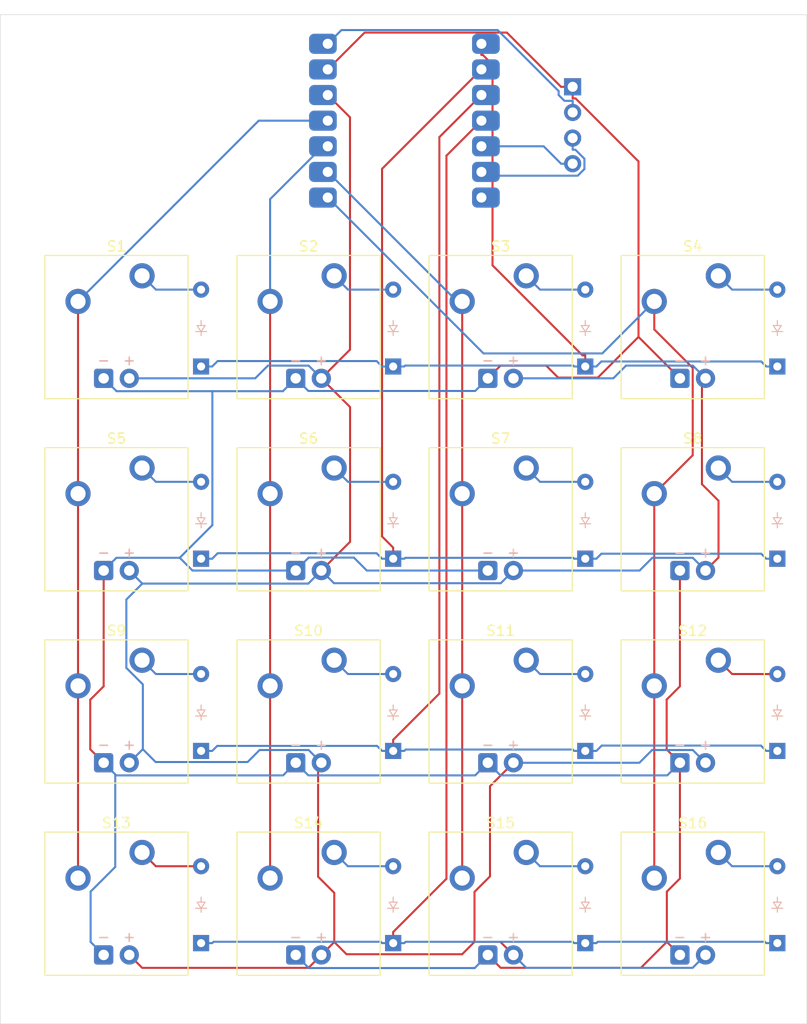
<source format=kicad_pcb>
(kicad_pcb (version 20240108) (generator "pcbnew") (generator_version "8.0")
  (layers (0 "F.Cu" signal) (31 "B.Cu" signal) (34 "B.Paste" user) (35 "F.Paste" user) (36 "B.SilkS" user "B.Silkscreen") (37 "F.SilkS" user "F.Silkscreen") (38 "B.Mask" user) (39 "F.Mask" user) (44 "Edge.Cuts" user))
  (net 0 "")
  (net 1 "Row 0")
  (net 2 "Net-(D1-A)")
  (net 3 "Net-(D2-A)")
  (net 4 "Net-(D3-A)")
  (net 5 "Net-(D4-A)")
  (net 6 "Net-(D5-A)")
  (net 7 "Row 1")
  (net 8 "Net-(D6-A)")
  (net 9 "Net-(D7-A)")
  (net 10 "Net-(D8-A)")
  (net 11 "Row 2")
  (net 12 "Net-(D9-A)")
  (net 13 "Net-(D10-A)")
  (net 14 "Net-(D11-A)")
  (net 15 "Net-(D12-A)")
  (net 16 "Row 3")
  (net 17 "Net-(D13-A)")
  (net 18 "Net-(D14-A)")
  (net 19 "Net-(D15-A)")
  (net 20 "Net-(D16-A)")
  (net 21 "Column 0")
  (net 22 "Column 1")
  (net 23 "Column 2")
  (net 24 "Column 3")
  (net 25 "/SDA")
  (net 26 "/LED Connector 0")
  (net 27 "+3V3")
  (net 28 "/SCL")
  (net 29 "GND")
  (net 30 "VCC")
  (footprint "PCM_marbastlib-mx:LED_MX_3mm-ROT" (layer "F.Cu") (at 168.675 76.03625)
    (property "Reference" "D20" (hide yes))
    (property "Value" "LED")
  )
  (footprint "PCM_marbastlib-mx:LED_MX_3mm-ROT" (layer "F.Cu") (at 111.525 133.18625)
    (property "Reference" "D29" (hide yes))
    (property "Value" "LED")
  )
  (footprint "ScottoKeebs_MX:MX_Plate_1.00u" (layer "F.Cu") (at 130.575 128.10625)
    (property "Reference" "S14")
    (property "Value" "Keyswitch")
  )
  (footprint "ScottoKeebs_MX:MX_Plate_1.00u" (layer "F.Cu") (at 168.675 128.10625)
    (property "Reference" "S16")
    (property "Value" "Keyswitch")
  )
  (footprint "PCM_marbastlib-mx:LED_MX_3mm-ROT" (layer "F.Cu") (at 111.525 114.13625)
    (property "Reference" "D25" (hide yes))
    (property "Value" "LED")
  )
  (footprint "PCM_marbastlib-mx:LED_MX_3mm-ROT" (layer "F.Cu") (at 168.675 133.18625)
    (property "Reference" "D32" (hide yes))
    (property "Value" "LED")
  )
  (footprint "ScottoKeebs_MX:MX_Plate_1.00u" (layer "F.Cu") (at 130.575 70.95625)
    (property "Reference" "S2")
    (property "Value" "Keyswitch")
  )
  (footprint "ScottoKeebs_MX:MX_Plate_1.00u" (layer "F.Cu") (at 111.525 109.05625)
    (property "Reference" "S9")
    (property "Value" "Keyswitch")
  )
  (footprint "PCM_marbastlib-mx:LED_MX_3mm-ROT" (layer "F.Cu") (at 168.675 95.08625)
    (property "Reference" "D24" (hide yes))
    (property "Value" "LED")
  )
  (footprint "PCM_marbastlib-mx:LED_MX_3mm-ROT" (layer "F.Cu") (at 130.575 76.03625)
    (property "Reference" "D18" (hide yes))
    (property "Value" "LED")
  )
  (footprint "ScottoKeebs_MX:MX_Plate_1.00u" (layer "F.Cu") (at 149.625 90.00625)
    (property "Reference" "S7")
    (property "Value" "Keyswitch")
  )
  (footprint "PCM_marbastlib-mx:LED_MX_3mm-ROT" (layer "F.Cu") (at 168.675 114.13625)
    (property "Reference" "D28" (hide yes))
    (property "Value" "LED")
  )
  (footprint "PCM_marbastlib-mx:LED_MX_3mm-ROT" (layer "F.Cu") (at 130.575 95.08625)
    (property "Reference" "D22" (hide yes))
    (property "Value" "LED")
  )
  (footprint "ScottoKeebs_MX:MX_Plate_1.00u" (layer "F.Cu") (at 111.525 90.00625)
    (property "Reference" "S5")
    (property "Value" "Keyswitch")
  )
  (footprint "ScottoKeebs_MX:MX_Plate_1.00u" (layer "F.Cu") (at 168.675 70.95625)
    (property "Reference" "S4")
    (property "Value" "Keyswitch")
  )
  (footprint "ScottoKeebs_MX:MX_Plate_1.00u" (layer "F.Cu") (at 111.525 128.10625)
    (property "Reference" "S13")
    (property "Value" "Keyswitch")
  )
  (footprint "PCM_marbastlib-mx:LED_MX_3mm-ROT" (layer "F.Cu") (at 111.525 95.08625)
    (property "Reference" "D21" (hide yes))
    (property "Value" "LED")
  )
  (footprint "PCM_marbastlib-mx:LED_MX_3mm-ROT" (layer "F.Cu") (at 149.625 133.18625)
    (property "Reference" "D31" (hide yes))
    (property "Value" "LED")
  )
  (footprint "PCM_marbastlib-mx:LED_MX_3mm-ROT" (layer "F.Cu") (at 130.575 133.18625)
    (property "Reference" "D30" (hide yes))
    (property "Value" "LED")
  )
  (footprint "ScottoKeebs_MX:MX_Plate_1.00u" (layer "F.Cu") (at 149.625 109.05625)
    (property "Reference" "S11")
    (property "Value" "Keyswitch")
  )
  (footprint "PCM_marbastlib-mx:LED_MX_3mm-ROT" (layer "F.Cu") (at 149.625 76.03625)
    (property "Reference" "D19" (hide yes))
    (property "Value" "LED")
  )
  (footprint "ScottoKeebs_MX:MX_Plate_1.00u" (layer "F.Cu") (at 130.575 109.05625)
    (property "Reference" "S10")
    (property "Value" "Keyswitch")
  )
  (footprint "ScottoKeebs_MX:MX_Plate_1.00u" (layer "F.Cu") (at 168.675 109.05625)
    (property "Reference" "S12")
    (property "Value" "Keyswitch")
  )
  (footprint "PCM_marbastlib-mx:LED_MX_3mm-ROT" (layer "F.Cu") (at 149.625 95.08625)
    (property "Reference" "D23" (hide yes))
    (property "Value" "LED")
  )
  (footprint "ScottoKeebs_MX:MX_Plate_1.00u" (layer "F.Cu") (at 149.625 70.95625)
    (property "Reference" "S3")
    (property "Value" "Keyswitch")
  )
  (footprint "PCM_marbastlib-mx:LED_MX_3mm-ROT" (layer "F.Cu") (at 149.625 114.13625)
    (property "Reference" "D27" (hide yes))
    (property "Value" "LED")
  )
  (footprint "ScottoKeebs_MX:MX_Plate_1.00u" (layer "F.Cu") (at 111.525 70.95625)
    (property "Reference" "S1")
    (property "Value" "Keyswitch")
  )
  (footprint "PCM_marbastlib-mx:LED_MX_3mm-ROT" (layer "F.Cu") (at 111.525 76.03625)
    (property "Reference" "D17" (hide yes))
    (property "Value" "LED")
  )
  (footprint "ScottoKeebs_MX:MX_Plate_1.00u" (layer "F.Cu") (at 130.575 90.00625)
    (property "Reference" "S6")
    (property "Value" "Keyswitch")
  )
  (footprint "ScottoKeebs_MX:MX_Plate_1.00u" (layer "F.Cu") (at 168.675 90.00625)
    (property "Reference" "S8")
    (property "Value" "Keyswitch")
  )
  (footprint "ScottoKeebs_Components:OLED_128x32" (layer "F.Cu") (at 158.3688 56.94375 180)
    (property "Reference" "J1" (hide yes))
    (property "Value" "OLED_128x32")
  )
  (footprint "PCM_marbastlib-mx:LED_MX_3mm-ROT" (layer "F.Cu") (at 130.575 114.13625)
    (property "Reference" "D26" (hide yes))
    (property "Value" "LED")
  )
  (footprint "ScottoKeebs_MX:MX_Plate_1.00u" (layer "F.Cu") (at 149.625 128.10625)
    (property "Reference" "S15")
    (property "Value" "Keyswitch")
  )
  (footprint "ScottoKeebs_Components:Diode_DO-35" (layer "B.Cu") (at 158.0188 93.91375 90)
    (property "Reference" "D7" (hide yes))
    (property "Value" "Diode" (hide yes))
  )
  (footprint "ScottoKeebs_Components:Diode_DO-35" (layer "B.Cu") (at 138.9688 93.91375 90)
    (property "Reference" "D6" (hide yes))
    (property "Value" "Diode" (hide yes))
  )
  (footprint "ScottoKeebs_Components:Diode_DO-35" (layer "B.Cu") (at 177.0688 112.96375 90)
    (property "Reference" "D12" (hide yes))
    (property "Value" "Diode" (hide yes))
  )
  (footprint "ScottoKeebs_Components:Diode_DO-35" (layer "B.Cu") (at 177.0688 132.01375 90)
    (property "Reference" "D16" (hide yes))
    (property "Value" "Diode" (hide yes))
  )
  (footprint "ScottoKeebs_Components:Diode_DO-35" (layer "B.Cu") (at 119.9188 132.01375 90)
    (property "Reference" "D13" (hide yes))
    (property "Value" "Diode" (hide yes))
  )
  (footprint "ScottoKeebs_Components:Diode_DO-35" (layer "B.Cu") (at 119.9188 93.91375 90)
    (property "Reference" "D5" (hide yes))
    (property "Value" "Diode" (hide yes))
  )
  (footprint "ScottoKeebs_Components:Diode_DO-35" (layer "B.Cu") (at 138.9688 74.86375 90)
    (property "Reference" "D2" (hide yes))
    (property "Value" "Diode" (hide yes))
  )
  (footprint "ScottoKeebs_Components:Diode_DO-35" (layer "B.Cu") (at 158.0188 112.96375 90)
    (property "Reference" "D11" (hide yes))
    (property "Value" "Diode" (hide yes))
  )
  (footprint "ScottoKeebs_Components:Diode_DO-35" (layer "B.Cu") (at 119.9188 74.86375 90)
    (property "Reference" "D1" (hide yes))
    (property "Value" "Diode" (hide yes))
  )
  (footprint "ScottoKeebs_Components:Diode_DO-35" (layer "B.Cu") (at 177.0688 93.91375 90)
    (property "Reference" "D8" (hide yes))
    (property "Value" "Diode" (hide yes))
  )
  (footprint "ScottoKeebs_Components:Diode_DO-35" (layer "B.Cu") (at 177.0688 74.86375 90)
    (property "Reference" "D4" (hide yes))
    (property "Value" "Diode" (hide yes))
  )
  (footprint "ScottoKeebs_Components:Diode_DO-35" (layer "B.Cu") (at 138.9688 132.01375 90)
    (property "Reference" "D14" (hide yes))
    (property "Value" "Diode" (hide yes))
  )
  (footprint "ScottoKeebs_Components:Diode_DO-35" (layer "B.Cu") (at 119.9188 112.96375 90)
    (property "Reference" "D9" (hide yes))
    (property "Value" "Diode" (hide yes))
  )
  (footprint "ScottoKeebs_MCU:Seeed_XIAO_RP2040" (layer "B.Cu") (at 140.1 50.49995 180)
    (property "Reference" "U1" (hide yes))
    (property "Value" "MCU_Seeed_XIAO_RP2040")
  )
  (footprint "ScottoKeebs_Components:Diode_DO-35" (layer "B.Cu") (at 158.0188 132.01375 90)
    (property "Reference" "D15" (hide yes))
    (property "Value" "Diode" (hide yes))
  )
  (footprint "ScottoKeebs_Components:Diode_DO-35" (layer "B.Cu") (at 158.0188 74.86375 90)
    (property "Reference" "D3" (hide yes))
    (property "Value" "Diode" (hide yes))
  )
  (footprint "ScottoKeebs_Components:Diode_DO-35" (layer "B.Cu") (at 138.9688 112.96375 90)
    (property "Reference" "D10" (hide yes))
    (property "Value" "Diode" (hide yes))
  )
  (gr_rect (start 100 40) (end 180 140) (stroke (width 0.05)) (fill none) (layer "Edge.Cuts"))
  (segment (start 157.7434 73.76205) (end 158.0188 73.76205) (width 0.2) (layer "F.Cu") (net 1))
  (segment (start 147.72 43.98165) (end 147.8578 43.98165) (width 0.2) (layer "F.Cu") (net 1))
  (segment (start 158.0188 74.86375) (end 158.0188 73.76205) (width 0.2) (layer "F.Cu") (net 1))
  (segment (start 148.8217 44.94555) (end 148.8217 64.84035) (width 0.2) (layer "F.Cu") (net 1))
  (segment (start 147.8578 43.98165) (end 148.8217 44.94555) (width 0.2) (layer "F.Cu") (net 1))
  (segment (start 147.72 42.87995) (end 147.72 43.98165) (width 0.2) (layer "F.Cu") (net 1))
  (segment (start 148.8217 64.84035) (end 157.7434 73.76205) (width 0.2) (layer "F.Cu") (net 1))
  (segment (start 159.6182 74.36605) (end 159.1205 74.86375) (width 0.2) (layer "B.Cu") (net 1))
  (segment (start 119.9188 74.86375) (end 121.0205 74.86375) (width 0.2) (layer "B.Cu") (net 1))
  (segment (start 175.9671 74.86375) (end 175.4694 74.36605) (width 0.2) (layer "B.Cu") (net 1))
  (segment (start 138.9688 74.86375) (end 137.8671 74.86375) (width 0.2) (layer "B.Cu") (net 1))
  (segment (start 140.165 74.76925) (end 140.0705 74.86375) (width 0.2) (layer "B.Cu") (net 1))
  (segment (start 175.4694 74.36605) (end 159.6182 74.36605) (width 0.2) (layer "B.Cu") (net 1))
  (segment (start 137.3282 74.32485) (end 121.5594 74.32485) (width 0.2) (layer "B.Cu") (net 1))
  (segment (start 147.72 42.87995) (end 148.165 42.87995) (width 0.2) (layer "B.Cu") (net 1))
  (segment (start 137.8671 74.86375) (end 137.3282 74.32485) (width 0.2) (layer "B.Cu") (net 1))
  (segment (start 156.8226 74.76925) (end 140.165 74.76925) (width 0.2) (layer "B.Cu") (net 1))
  (segment (start 121.5594 74.32485) (end 121.0205 74.86375) (width 0.2) (layer "B.Cu") (net 1))
  (segment (start 158.0188 74.86375) (end 156.9171 74.86375) (width 0.2) (layer "B.Cu") (net 1))
  (segment (start 158.0188 74.86375) (end 159.1205 74.86375) (width 0.2) (layer "B.Cu") (net 1))
  (segment (start 138.9688 74.86375) (end 140.0705 74.86375) (width 0.2) (layer "B.Cu") (net 1))
  (segment (start 177.0688 74.86375) (end 175.9671 74.86375) (width 0.2) (layer "B.Cu") (net 1))
  (segment (start 156.9171 74.86375) (end 156.8226 74.76925) (width 0.2) (layer "B.Cu") (net 1))
  (segment (start 115.4325 67.24375) (end 114.065 65.87625) (width 0.2) (layer "B.Cu") (net 2))
  (segment (start 119.9188 67.24375) (end 115.4325 67.24375) (width 0.2) (layer "B.Cu") (net 2))
  (segment (start 138.9688 67.24375) (end 134.4825 67.24375) (width 0.2) (layer "B.Cu") (net 3))
  (segment (start 134.4825 67.24375) (end 133.115 65.87625) (width 0.2) (layer "B.Cu") (net 3))
  (segment (start 158.0188 67.24375) (end 153.5325 67.24375) (width 0.2) (layer "B.Cu") (net 4))
  (segment (start 153.5325 67.24375) (end 152.165 65.87625) (width 0.2) (layer "B.Cu") (net 4))
  (segment (start 177.0688 67.24375) (end 172.5825 67.24375) (width 0.2) (layer "B.Cu") (net 5))
  (segment (start 172.5825 67.24375) (end 171.215 65.87625) (width 0.2) (layer "B.Cu") (net 5))
  (segment (start 119.9188 86.29375) (end 115.4325 86.29375) (width 0.2) (layer "B.Cu") (net 6))
  (segment (start 115.4325 86.29375) (end 114.065 84.92625) (width 0.2) (layer "B.Cu") (net 6))
  (segment (start 137.8671 91.71035) (end 138.9688 92.81205) (width 0.2) (layer "F.Cu") (net 7))
  (segment (start 147.72 45.41995) (end 137.8671 55.27285) (width 0.2) (layer "F.Cu") (net 7))
  (segment (start 137.8671 55.27285) (end 137.8671 91.71035) (width 0.2) (layer "F.Cu") (net 7))
  (segment (start 138.9688 93.91375) (end 138.9688 92.81205) (width 0.2) (layer "F.Cu") (net 7))
  (segment (start 147.72 45.41995) (end 148.165 45.41995) (width 0.2) (layer "B.Cu") (net 7))
  (segment (start 138.418 93.91375) (end 137.8671 93.91375) (width 0.2) (layer "B.Cu") (net 7))
  (segment (start 159.6167 93.41755) (end 159.1205 93.91375) (width 0.2) (layer "B.Cu") (net 7))
  (segment (start 175.4709 93.41755) (end 159.6167 93.41755) (width 0.2) (layer "B.Cu") (net 7))
  (segment (start 158.0188 93.91375) (end 159.1205 93.91375) (width 0.2) (layer "B.Cu") (net 7))
  (segment (start 137.8671 93.91375) (end 137.3267 93.37335) (width 0.2) (layer "B.Cu") (net 7))
  (segment (start 121.5609 93.37335) (end 121.0205 93.91375) (width 0.2) (layer "B.Cu") (net 7))
  (segment (start 138.9688 93.91375) (end 140.0705 93.91375) (width 0.2) (layer "B.Cu") (net 7))
  (segment (start 140.159 93.82525) (end 156.8286 93.82525) (width 0.2) (layer "B.Cu") (net 7))
  (segment (start 177.0688 93.91375) (end 175.9671 93.91375) (width 0.2) (layer "B.Cu") (net 7))
  (segment (start 175.9671 93.91375) (end 175.4709 93.41755) (width 0.2) (layer "B.Cu") (net 7))
  (segment (start 156.8286 93.82525) (end 156.9171 93.91375) (width 0.2) (layer "B.Cu") (net 7))
  (segment (start 158.0188 93.91375) (end 156.9171 93.91375) (width 0.2) (layer "B.Cu") (net 7))
  (segment (start 119.9188 93.91375) (end 121.0205 93.91375) (width 0.2) (layer "B.Cu") (net 7))
  (segment (start 140.0705 93.91375) (end 140.159 93.82525) (width 0.2) (layer "B.Cu") (net 7))
  (segment (start 138.418 93.91375) (end 138.9688 93.91375) (width 0.2) (layer "B.Cu") (net 7))
  (segment (start 137.3267 93.37335) (end 121.5609 93.37335) (width 0.2) (layer "B.Cu") (net 7))
  (segment (start 134.4825 86.29375) (end 133.115 84.92625) (width 0.2) (layer "B.Cu") (net 8))
  (segment (start 138.9688 86.29375) (end 134.4825 86.29375) (width 0.2) (layer "B.Cu") (net 8))
  (segment (start 153.5325 86.29375) (end 152.165 84.92625) (width 0.2) (layer "B.Cu") (net 9))
  (segment (start 158.0188 86.29375) (end 153.5325 86.29375) (width 0.2) (layer "B.Cu") (net 9))
  (segment (start 177.0688 86.29375) (end 172.5825 86.29375) (width 0.2) (layer "B.Cu") (net 10))
  (segment (start 172.5825 86.29375) (end 171.215 84.92625) (width 0.2) (layer "B.Cu") (net 10))
  (segment (start 143.5505 107.28035) (end 138.9688 111.86205) (width 0.2) (layer "F.Cu") (net 11))
  (segment (start 147.72 47.95995) (end 143.5505 52.12945) (width 0.2) (layer "F.Cu") (net 11))
  (segment (start 143.5505 52.12945) (end 143.5505 107.28035) (width 0.2) (layer "F.Cu") (net 11))
  (segment (start 138.9688 112.96375) (end 138.9688 111.86205) (width 0.2) (layer "F.Cu") (net 11))
  (segment (start 121.5182 112.46605) (end 121.0205 112.96375) (width 0.2) (layer "B.Cu") (net 11))
  (segment (start 140.0705 112.96375) (end 140.2077 112.82655) (width 0.2) (layer "B.Cu") (net 11))
  (segment (start 119.9188 112.96375) (end 121.0205 112.96375) (width 0.2) (layer "B.Cu") (net 11))
  (segment (start 140.2077 112.82655) (end 156.7799 112.82655) (width 0.2) (layer "B.Cu") (net 11))
  (segment (start 159.6482 112.43605) (end 175.4394 112.43605) (width 0.2) (layer "B.Cu") (net 11))
  (segment (start 158.0188 112.96375) (end 159.1205 112.96375) (width 0.2) (layer "B.Cu") (net 11))
  (segment (start 175.4394 112.43605) (end 175.9671 112.96375) (width 0.2) (layer "B.Cu") (net 11))
  (segment (start 177.0688 112.96375) (end 175.9671 112.96375) (width 0.2) (layer "B.Cu") (net 11))
  (segment (start 158.0188 112.96375) (end 156.9171 112.96375) (width 0.2) (layer "B.Cu") (net 11))
  (segment (start 138.418 112.96375) (end 138.9688 112.96375) (width 0.2) (layer "B.Cu") (net 11))
  (segment (start 137.3694 112.46605) (end 121.5182 112.46605) (width 0.2) (layer "B.Cu") (net 11))
  (segment (start 156.7799 112.82655) (end 156.9171 112.96375) (width 0.2) (layer "B.Cu") (net 11))
  (segment (start 138.418 112.96375) (end 137.8671 112.96375) (width 0.2) (layer "B.Cu") (net 11))
  (segment (start 137.8671 112.96375) (end 137.3694 112.46605) (width 0.2) (layer "B.Cu") (net 11))
  (segment (start 138.9688 112.96375) (end 140.0705 112.96375) (width 0.2) (layer "B.Cu") (net 11))
  (segment (start 159.1205 112.96375) (end 159.6482 112.43605) (width 0.2) (layer "B.Cu") (net 11))
  (segment (start 147.72 47.95995) (end 148.165 47.95995) (width 0.2) (layer "B.Cu") (net 11))
  (segment (start 115.4325 105.34375) (end 114.065 103.97625) (width 0.2) (layer "B.Cu") (net 12))
  (segment (start 119.9188 105.34375) (end 115.4325 105.34375) (width 0.2) (layer "B.Cu") (net 12))
  (segment (start 134.4825 105.34375) (end 133.115 103.97625) (width 0.2) (layer "B.Cu") (net 13))
  (segment (start 138.9688 105.34375) (end 134.4825 105.34375) (width 0.2) (layer "B.Cu") (net 13))
  (segment (start 158.0188 105.34375) (end 153.5325 105.34375) (width 0.2) (layer "B.Cu") (net 14))
  (segment (start 153.5325 105.34375) (end 152.165 103.97625) (width 0.2) (layer "B.Cu") (net 14))
  (segment (start 177.0688 105.34375) (end 172.5825 105.34375) (width 0.2) (layer "F.Cu") (net 15))
  (segment (start 172.5825 105.34375) (end 171.215 103.97625) (width 0.2) (layer "F.Cu") (net 15))
  (segment (start 144.2517 53.96825) (end 144.2517 125.62915) (width 0.2) (layer "F.Cu") (net 16))
  (segment (start 138.9688 132.01375) (end 138.9688 130.91205) (width 0.2) (layer "F.Cu") (net 16))
  (segment (start 147.72 50.49995) (end 144.2517 53.96825) (width 0.2) (layer "F.Cu") (net 16))
  (segment (start 144.2517 125.62915) (end 138.9688 130.91205) (width 0.2) (layer "F.Cu") (net 16))
  (segment (start 121.1577 131.87655) (end 137.7299 131.87655) (width 0.2) (layer "B.Cu") (net 16))
  (segment (start 147.72 50.49995) (end 148.165 50.49995) (width 0.2) (layer "B.Cu") (net 16))
  (segment (start 158.0188 132.01375) (end 159.1205 132.01375) (width 0.2) (layer "B.Cu") (net 16))
  (segment (start 119.9188 132.01375) (end 121.0205 132.01375) (width 0.2) (layer "B.Cu") (net 16))
  (segment (start 177.0688 132.01375) (end 175.9671 132.01375) (width 0.2) (layer "B.Cu") (net 16))
  (segment (start 121.0205 132.01375) (end 121.1577 131.87655) (width 0.2) (layer "B.Cu") (net 16))
  (segment (start 138.9688 132.01375) (end 137.8671 132.01375) (width 0.2) (layer "B.Cu") (net 16))
  (segment (start 156.7824 131.87905) (end 140.2052 131.87905) (width 0.2) (layer "B.Cu") (net 16))
  (segment (start 157.468 132.01375) (end 158.0188 132.01375) (width 0.2) (layer "B.Cu") (net 16))
  (segment (start 138.9688 132.01375) (end 140.0705 132.01375) (width 0.2) (layer "B.Cu") (net 16))
  (segment (start 140.2052 131.87905) (end 140.0705 132.01375) (width 0.2) (layer "B.Cu") (net 16))
  (segment (start 156.9171 132.01375) (end 156.7824 131.87905) (width 0.2) (layer "B.Cu") (net 16))
  (segment (start 159.2577 131.87655) (end 175.8299 131.87655) (width 0.2) (layer "B.Cu") (net 16))
  (segment (start 157.468 132.01375) (end 156.9171 132.01375) (width 0.2) (layer "B.Cu") (net 16))
  (segment (start 137.7299 131.87655) (end 137.8671 132.01375) (width 0.2) (layer "B.Cu") (net 16))
  (segment (start 175.8299 131.87655) (end 175.9671 132.01375) (width 0.2) (layer "B.Cu") (net 16))
  (segment (start 159.1205 132.01375) (end 159.2577 131.87655) (width 0.2) (layer "B.Cu") (net 16))
  (segment (start 115.4325 124.39375) (end 114.065 123.02625) (width 0.2) (layer "F.Cu") (net 17))
  (segment (start 119.9188 124.39375) (end 115.4325 124.39375) (width 0.2) (layer "F.Cu") (net 17))
  (segment (start 134.4825 124.39375) (end 133.115 123.02625) (width 0.2) (layer "B.Cu") (net 18))
  (segment (start 138.9688 124.39375) (end 134.4825 124.39375) (width 0.2) (layer "B.Cu") (net 18))
  (segment (start 153.5325 124.39375) (end 152.165 123.02625) (width 0.2) (layer "B.Cu") (net 19))
  (segment (start 158.0188 124.39375) (end 153.5325 124.39375) (width 0.2) (layer "B.Cu") (net 19))
  (segment (start 172.5825 124.39375) (end 171.215 123.02625) (width 0.2) (layer "B.Cu") (net 20))
  (segment (start 177.0688 124.39375) (end 172.5825 124.39375) (width 0.2) (layer "B.Cu") (net 20))
  (segment (start 107.715 87.46625) (end 107.715 106.51625) (width 0.2) (layer "F.Cu") (net 21))
  (segment (start 107.715 106.51625) (end 107.715 125.56625) (width 0.2) (layer "F.Cu") (net 21))
  (segment (start 107.715 68.41625) (end 107.715 87.46625) (width 0.2) (layer "F.Cu") (net 21))
  (segment (start 132.48 50.49995) (end 132 50.49995) (width 0.2) (layer "B.Cu") (net 21))
  (segment (start 132 50.49995) (end 125.6313 50.49995) (width 0.2) (layer "B.Cu") (net 21))
  (segment (start 125.6313 50.49995) (end 107.715 68.41625) (width 0.2) (layer "B.Cu") (net 21))
  (segment (start 126.765 87.46625) (end 126.765 68.41625) (width 0.2) (layer "F.Cu") (net 22))
  (segment (start 126.765 87.46625) (end 126.765 106.51625) (width 0.2) (layer "F.Cu") (net 22))
  (segment (start 126.765 106.51625) (end 126.765 125.56625) (width 0.2) (layer "F.Cu") (net 22))
  (segment (start 132 53.03995) (end 132.48 53.03995) (width 0.2) (layer "B.Cu") (net 22))
  (segment (start 126.765 58.27495) (end 132 53.03995) (width 0.2) (layer "B.Cu") (net 22))
  (segment (start 126.765 68.41625) (end 126.765 58.27495) (width 0.2) (layer "B.Cu") (net 22))
  (segment (start 145.815 68.41625) (end 145.815 87.46625) (width 0.2) (layer "F.Cu") (net 23))
  (segment (start 145.815 125.56625) (end 145.815 106.51625) (width 0.2) (layer "F.Cu") (net 23))
  (segment (start 145.815 106.51625) (end 145.815 87.46625) (width 0.2) (layer "F.Cu") (net 23))
  (segment (start 132 55.57995) (end 132.48 55.57995) (width 0.2) (layer "B.Cu") (net 23))
  (segment (start 145.3163 68.41625) (end 145.815 68.41625) (width 0.2) (layer "B.Cu") (net 23))
  (segment (start 132.48 55.57995) (end 145.3163 68.41625) (width 0.2) (layer "B.Cu") (net 23))
  (segment (start 168.6755 83.65575) (end 164.865 87.46625) (width 0.2) (layer "F.Cu") (net 24))
  (segment (start 164.865 106.51625) (end 164.865 125.56625) (width 0.2) (layer "F.Cu") (net 24))
  (segment (start 164.865 71.18885) (end 168.6755 74.99935) (width 0.2) (layer "F.Cu") (net 24))
  (segment (start 164.865 68.41625) (end 164.865 71.18885) (width 0.2) (layer "F.Cu") (net 24))
  (segment (start 168.6755 74.99935) (end 168.6755 83.65575) (width 0.2) (layer "F.Cu") (net 24))
  (segment (start 164.865 87.46625) (end 164.865 106.51625) (width 0.2) (layer "F.Cu") (net 24))
  (segment (start 147.9308 73.57075) (end 159.7105 73.57075) (width 0.2) (layer "B.Cu") (net 24))
  (segment (start 159.7105 73.57075) (end 164.865 68.41625) (width 0.2) (layer "B.Cu") (net 24))
  (segment (start 132 58.11995) (end 132.48 58.11995) (width 0.2) (layer "B.Cu") (net 24))
  (segment (start 132.48 58.11995) (end 147.9308 73.57075) (width 0.2) (layer "B.Cu") (net 24))
  (segment (start 148.165 53.03995) (end 153.8933 53.03995) (width 0.2) (layer "B.Cu") (net 25))
  (segment (start 147.72 53.03995) (end 148.165 53.03995) (width 0.2) (layer "B.Cu") (net 25))
  (segment (start 156.7688 54.76375) (end 155.6171 54.76375) (width 0.2) (layer "B.Cu") (net 25))
  (segment (start 153.8933 53.03995) (end 155.6171 54.76375) (width 0.2) (layer "B.Cu") (net 25))
  (segment (start 147.72 58.11995) (end 148.165 58.11995) (width 0.2) (layer "B.Cu") (net 26))
  (segment (start 145.8077 133.11545) (end 147.0334 131.88975) (width 0.2) (layer "F.Cu") (net 27))
  (segment (start 134.6865 50.16645) (end 134.6865 73.19475) (width 0.2) (layer "F.Cu") (net 27))
  (segment (start 134.6865 73.19475) (end 131.845 76.03625) (width 0.2) (layer "F.Cu") (net 27))
  (segment (start 147.0334 126.93475) (end 147.0334 131.88975) (width 0.2) (layer "F.Cu") (net 27))
  (segment (start 148.5705 125.39765) (end 147.0334 126.93475) (width 0.2) (layer "F.Cu") (net 27))
  (segment (start 134.6964 78.88765) (end 134.6964 92.23485) (width 0.2) (layer "F.Cu") (net 27))
  (segment (start 132.48 47.95995) (end 134.6865 50.16645) (width 0.2) (layer "F.Cu") (net 27))
  (segment (start 149.5985 131.88975) (end 150.895 133.18625) (width 0.2) (layer "F.Cu") (net 27))
  (segment (start 171.2341 88.16725) (end 171.2341 93.79715) (width 0.2) (layer "F.Cu") (net 27))
  (segment (start 133.1267 131.90455) (end 133.1267 127.03395) (width 0.2) (layer "F.Cu") (net 27))
  (segment (start 131.5234 114.45785) (end 131.845 114.13625) (width 0.2) (layer "F.Cu") (net 27))
  (segment (start 134.6964 92.23485) (end 131.845 95.08625) (width 0.2) (layer "F.Cu") (net 27))
  (segment (start 131.845 133.18625) (end 133.1267 131.90455) (width 0.2) (layer "F.Cu") (net 27))
  (segment (start 131.845 76.03625) (end 134.6964 78.88765) (width 0.2) (layer "F.Cu") (net 27))
  (segment (start 112.795 133.18625) (end 114.072 134.46325) (width 0.2) (layer "F.Cu") (net 27))
  (segment (start 133.1267 131.90455) (end 134.3376 133.11545) (width 0.2) (layer "F.Cu") (net 27))
  (segment (start 169.5912 76.39005) (end 169.5912 86.52435) (width 0.2) (layer "F.Cu") (net 27))
  (segment (start 133.1267 127.03395) (end 131.5234 125.43065) (width 0.2) (layer "F.Cu") (net 27))
  (segment (start 114.072 134.46325) (end 130.568 134.46325) (width 0.2) (layer "F.Cu") (net 27))
  (segment (start 148.5705 116.46075) (end 148.5705 125.39765) (width 0.2) (layer "F.Cu") (net 27))
  (segment (start 169.5912 86.52435) (end 171.2341 88.16725) (width 0.2) (layer "F.Cu") (net 27))
  (segment (start 147.0334 131.88975) (end 149.5985 131.88975) (width 0.2) (layer "F.Cu") (net 27))
  (segment (start 169.945 76.03625) (end 169.5912 76.39005) (width 0.2) (layer "F.Cu") (net 27))
  (segment (start 150.895 114.13625) (end 148.5705 116.46075) (width 0.2) (layer "F.Cu") (net 27))
  (segment (start 131.5234 125.43065) (end 131.5234 114.45785) (width 0.2) (layer "F.Cu") (net 27))
  (segment (start 130.568 134.46325) (end 131.845 133.18625) (width 0.2) (layer "F.Cu") (net 27))
  (segment (start 134.3376 133.11545) (end 145.8077 133.11545) (width 0.2) (layer "F.Cu") (net 27))
  (segment (start 171.2341 93.79715) (end 169.945 95.08625) (width 0.2) (layer "F.Cu") (net 27))
  (segment (start 114.0882 96.37945) (end 112.795 95.08625) (width 0.2) (layer "B.Cu") (net 27))
  (segment (start 112.795 76.03625) (end 125.2878 76.03625) (width 0.2) (layer "B.Cu") (net 27))
  (segment (start 114.0882 96.37945) (end 112.5065 97.96115) (width 0.2) (layer "B.Cu") (net 27))
  (segment (start 169.945 76.03625) (end 168.6838 74.77505) (width 0.2) (layer "B.Cu") (net 27))
  (segment (start 130.5838 112.87505) (end 125.724 112.87505) (width 0.2) (layer "B.Cu") (net 27))
  (segment (start 131.845 114.13625) (end 130.5838 112.87505) (width 0.2) (layer "B.Cu") (net 27))
  (segment (start 130.5518 96.37945) (end 114.0882 96.37945) (width 0.2) (layer "B.Cu") (net 27))
  (segment (start 131.845 95.08625) (end 130.5518 96.37945) (width 0.2) (layer "B.Cu") (net 27))
  (segment (start 112.5065 104.73925) (end 114.139 106.37175) (width 0.2) (layer "B.Cu") (net 27))
  (segment (start 149.6371 96.34415) (end 150.895 95.08625) (width 0.2) (layer "B.Cu") (net 27))
  (segment (start 150.895 95.08625) (end 163.4059 95.08625) (width 0.2) (layer "B.Cu") (net 27))
  (segment (start 130.5853 74.77655) (end 131.845 76.03625) (width 0.2) (layer "B.Cu") (net 27))
  (segment (start 126.5475 74.77655) (end 130.5853 74.77655) (width 0.2) (layer "B.Cu") (net 27))
  (segment (start 168.668 134.46325) (end 152.172 134.46325) (width 0.2) (layer "B.Cu") (net 27))
  (segment (start 168.6838 74.77505) (end 162.066 74.77505) (width 0.2) (layer "B.Cu") (net 27))
  (segment (start 133.1029 96.34415) (end 149.6371 96.34415) (width 0.2) (layer "B.Cu") (net 27))
  (segment (start 168.6838 93.82505) (end 169.945 95.08625) (width 0.2) (layer "B.Cu") (net 27))
  (segment (start 124.5336 114.06545) (end 115.4122 114.06545) (width 0.2) (layer "B.Cu") (net 27))
  (segment (start 164.6475 112.87655) (end 163.3878 114.13625) (width 0.2) (layer "B.Cu") (net 27))
  (segment (start 132 47.95995) (end 132.48 47.95995) (width 0.2) (layer "B.Cu") (net 27))
  (segment (start 169.945 114.13625) (end 168.6853 112.87655) (width 0.2) (layer "B.Cu") (net 27))
  (segment (start 152.172 134.46325) (end 150.895 133.18625) (width 0.2) (layer "B.Cu") (net 27))
  (segment (start 114.139 106.37175) (end 114.139 112.79225) (width 0.2) (layer "B.Cu") (net 27))
  (segment (start 115.4122 114.06545) (end 114.139 112.79225) (width 0.2) (layer "B.Cu") (net 27))
  (segment (start 168.6853 112.87655) (end 164.6475 112.87655) (width 0.2) (layer "B.Cu") (net 27))
  (segment (start 125.724 112.87505) (end 124.5336 114.06545) (width 0.2) (layer "B.Cu") (net 27))
  (segment (start 163.4059 95.08625) (end 164.6671 93.82505) (width 0.2) (layer "B.Cu") (net 27))
  (segment (start 160.8048 76.03625) (end 150.895 76.03625) (width 0.2) (layer "B.Cu") (net 27))
  (segment (start 162.066 74.77505) (end 160.8048 76.03625) (width 0.2) (layer "B.Cu") (net 27))
  (segment (start 114.139 112.79225) (end 112.795 114.13625) (width 0.2) (layer "B.Cu") (net 27))
  (segment (start 163.3878 114.13625) (end 150.895 114.13625) (width 0.2) (layer "B.Cu") (net 27))
  (segment (start 131.845 95.08625) (end 133.1029 96.34415) (width 0.2) (layer "B.Cu") (net 27))
  (segment (start 112.5065 97.96115) (end 112.5065 104.73925) (width 0.2) (layer "B.Cu") (net 27))
  (segment (start 169.945 133.18625) (end 168.668 134.46325) (width 0.2) (layer "B.Cu") (net 27))
  (segment (start 125.2878 76.03625) (end 126.5475 74.77655) (width 0.2) (layer "B.Cu") (net 27))
  (segment (start 164.6671 93.82505) (end 168.6838 93.82505) (width 0.2) (layer "B.Cu") (net 27))
  (segment (start 157.9373 55.28735) (end 157.9373 54.27545) (width 0.2) (layer "B.Cu") (net 28))
  (segment (start 148.5361 55.95105) (end 157.2736 55.95105) (width 0.2) (layer "B.Cu") (net 28))
  (segment (start 157.9373 54.27545) (end 157.0373 53.37545) (width 0.2) (layer "B.Cu") (net 28))
  (segment (start 157.2736 55.95105) (end 157.9373 55.28735) (width 0.2) (layer "B.Cu") (net 28))
  (segment (start 157.0373 53.37545) (end 156.7688 53.37545) (width 0.2) (layer "B.Cu") (net 28))
  (segment (start 156.7688 52.22375) (end 156.7688 53.37545) (width 0.2) (layer "B.Cu") (net 28))
  (segment (start 148.165 55.57995) (end 148.5361 55.95105) (width 0.2) (layer "B.Cu") (net 28))
  (segment (start 147.72 55.57995) (end 148.165 55.57995) (width 0.2) (layer "B.Cu") (net 28))
  (segment (start 166.0921 107.87605) (end 166.0921 112.82335) (width 0.2) (layer "F.Cu") (net 29))
  (segment (start 136.1302 41.76975) (end 150.2431 41.76975) (width 0.2) (layer "F.Cu") (net 29))
  (segment (start 166.1094 126.90875) (end 166.1094 131.89065) (width 0.2) (layer "F.Cu") (net 29))
  (segment (start 148.355 133.18625) (end 149.6266 134.45785) (width 0.2) (layer "F.Cu") (net 29))
  (segment (start 167.405 125.61315) (end 166.1094 126.90875) (width 0.2) (layer "F.Cu") (net 29))
  (segment (start 154.1439 74.77955) (end 155.3298 75.96545) (width 0.2) (layer "F.Cu") (net 29))
  (segment (start 163.2993 54.53805) (end 157.0567 48.29545) (width 0.2) (layer "F.Cu") (net 29))
  (segment (start 156.7688 47.14375) (end 155.6171 47.14375) (width 0.2) (layer "F.Cu") (net 29))
  (segment (start 132.48 45.41995) (end 136.1302 41.76975) (width 0.2) (layer "F.Cu") (net 29))
  (segment (start 149.6266 134.45785) (end 163.5422 134.45785) (width 0.2) (layer "F.Cu") (net 29))
  (segment (start 163.5422 134.45785) (end 166.1094 131.89065) (width 0.2) (layer "F.Cu") (net 29))
  (segment (start 167.405 106.56315) (end 166.0921 107.87605) (width 0.2) (layer "F.Cu") (net 29))
  (segment (start 149.6117 74.77955) (end 154.1439 74.77955) (width 0.2) (layer "F.Cu") (net 29))
  (segment (start 110.255 95.08625) (end 110.255 106.56315) (width 0.2) (layer "F.Cu") (net 29))
  (segment (start 108.9242 112.80545) (end 110.255 114.13625) (width 0.2) (layer "F.Cu") (net 29))
  (segment (start 167.405 114.13625) (end 167.405 125.61315) (width 0.2) (layer "F.Cu") (net 29))
  (segment (start 157.0567 48.29545) (end 156.7688 48.29545) (width 0.2) (layer "F.Cu") (net 29))
  (segment (start 108.9242 107.89395) (end 108.9242 112.80545) (width 0.2) (layer "F.Cu") (net 29))
  (segment (start 150.2431 41.76975) (end 155.6171 47.14375) (width 0.2) (layer "F.Cu") (net 29))
  (segment (start 166.0921 112.82335) (end 167.405 114.13625) (width 0.2) (layer "F.Cu") (net 29))
  (segment (start 167.405 76.03625) (end 163.2993 71.93055) (width 0.2) (layer "F.Cu") (net 29))
  (segment (start 156.7688 47.14375) (end 156.7688 48.29545) (width 0.2) (layer "F.Cu") (net 29))
  (segment (start 148.355 76.03625) (end 149.6117 74.77955) (width 0.2) (layer "F.Cu") (net 29))
  (segment (start 159.2644 75.96545) (end 163.2993 71.93055) (width 0.2) (layer "F.Cu") (net 29))
  (segment (start 167.405 95.08625) (end 167.405 106.56315) (width 0.2) (layer "F.Cu") (net 29))
  (segment (start 166.1094 131.89065) (end 167.405 133.18625) (width 0.2) (layer "F.Cu") (net 29))
  (segment (start 155.3298 75.96545) (end 159.2644 75.96545) (width 0.2) (layer "F.Cu") (net 29))
  (segment (start 110.255 106.56315) (end 108.9242 107.89395) (width 0.2) (layer "F.Cu") (net 29))
  (segment (start 163.2993 71.93055) (end 163.2993 54.53805) (width 0.2) (layer "F.Cu") (net 29))
  (segment (start 135.0686 93.80425) (end 136.3506 95.08625) (width 0.2) (layer "B.Cu") (net 29))
  (segment (start 108.9613 131.89255) (end 110.255 133.18625) (width 0.2) (layer "B.Cu") (net 29))
  (segment (start 111.5317 77.31295) (end 110.255 76.03625) (width 0.2) (layer "B.Cu") (net 29))
  (segment (start 111.4084 115.28965) (end 111.4084 115.39045) (width 0.2) (layer "B.Cu") (net 29))
  (segment (start 166.1508 115.39045) (end 149.6092 115.39045) (width 0.2) (layer "B.Cu") (net 29))
  (segment (start 111.4084 115.39045) (end 111.4084 124.45975) (width 0.2) (layer "B.Cu") (net 29))
  (segment (start 130.6034 134.48465) (end 129.305 133.18625) (width 0.2) (layer "B.Cu") (net 29))
  (segment (start 136.3506 95.08625) (end 148.355 95.08625) (width 0.2) (layer "B.Cu") (net 29))
  (segment (start 147.1008 115.39045) (end 130.5592 115.39045) (width 0.2) (layer "B.Cu") (net 29))
  (segment (start 117.7996 93.82125) (end 119.0646 95.08625) (width 0.2) (layer "B.Cu") (net 29))
  (segment (start 119.0646 95.08625) (end 129.305 95.08625) (width 0.2) (layer "B.Cu") (net 29))
  (segment (start 147.1008 77.29045) (end 130.5592 77.29045) (width 0.2) (layer "B.Cu") (net 29))
  (segment (start 147.0566 134.48465) (end 130.6034 134.48465) (width 0.2) (layer "B.Cu") (net 29))
  (segment (start 149.6092 115.39045) (end 148.355 114.13625) (width 0.2) (layer "B.Cu") (net 29))
  (segment (start 111.52 93.82125) (end 117.7996 93.82125) (width 0.2) (layer "B.Cu") (net 29))
  (segment (start 148.355 114.13625) (end 147.1008 115.39045) (width 0.2) (layer "B.Cu") (net 29))
  (segment (start 121.0386 90.58225) (end 117.7996 93.82125) (width 0.2) (layer "B.Cu") (net 29))
  (segment (start 130.5592 115.39045) (end 129.305 114.13625) (width 0.2) (layer "B.Cu") (net 29))
  (segment (start 111.4084 124.45975) (end 108.9613 126.90685) (width 0.2) (layer "B.Cu") (net 29))
  (segment (start 129.305 95.08625) (end 130.587 93.80425) (width 0.2) (layer "B.Cu") (net 29))
  (segment (start 130.5592 77.29045) (end 129.305 76.03625) (width 0.2) (layer "B.Cu") (net 29))
  (segment (start 129.305 76.03625) (end 128.0283 77.31295) (width 0.2) (layer "B.Cu") (net 29))
  (segment (start 132 45.41995) (end 132.48 45.41995) (width 0.2) (layer "B.Cu") (net 29))
  (segment (start 121.0386 77.31295) (end 121.0386 90.58225) (width 0.2) (layer "B.Cu") (net 29))
  (segment (start 148.355 133.18625) (end 147.0566 134.48465) (width 0.2) (layer "B.Cu") (net 29))
  (segment (start 130.587 93.80425) (end 135.0686 93.80425) (width 0.2) (layer "B.Cu") (net 29))
  (segment (start 128.0508 115.39045) (end 129.305 114.13625) (width 0.2) (layer "B.Cu") (net 29))
  (segment (start 121.0386 77.31295) (end 111.5317 77.31295) (width 0.2) (layer "B.Cu") (net 29))
  (segment (start 111.4084 115.39045) (end 128.0508 115.39045) (width 0.2) (layer "B.Cu") (net 29))
  (segment (start 128.0283 77.31295) (end 121.0386 77.31295) (width 0.2) (layer "B.Cu") (net 29))
  (segment (start 110.255 95.08625) (end 111.52 93.82125) (width 0.2) (layer "B.Cu") (net 29))
  (segment (start 108.9613 126.90685) (end 108.9613 131.89255) (width 0.2) (layer "B.Cu") (net 29))
  (segment (start 110.255 114.13625) (end 111.4084 115.28965) (width 0.2) (layer "B.Cu") (net 29))
  (segment (start 167.405 114.13625) (end 166.1508 115.39045) (width 0.2) (layer "B.Cu") (net 29))
  (segment (start 148.355 76.03625) (end 147.1008 77.29045) (width 0.2) (layer "B.Cu") (net 29))
  (segment (start 132.48 42.87995) (end 133.8393 41.52065) (width 0.2) (layer "B.Cu") (net 30))
  (segment (start 155.9543 48.53205) (end 156.7688 48.53205) (width 0.2) (layer "B.Cu") (net 30))
  (segment (start 133.8393 41.52065) (end 149.3346 41.52065) (width 0.2) (layer "B.Cu") (net 30))
  (segment (start 156.7688 49.68375) (end 156.7688 48.53205) (width 0.2) (layer "B.Cu") (net 30))
  (segment (start 155.379 47.95675) (end 155.9543 48.53205) (width 0.2) (layer "B.Cu") (net 30))
  (segment (start 132 42.87995) (end 132.48 42.87995) (width 0.2) (layer "B.Cu") (net 30))
  (segment (start 155.379 47.56505) (end 155.379 47.95675) (width 0.2) (layer "B.Cu") (net 30))
  (segment (start 149.3346 41.52065) (end 155.379 47.56505) (width 0.2) (layer "B.Cu") (net 30))
)
</source>
